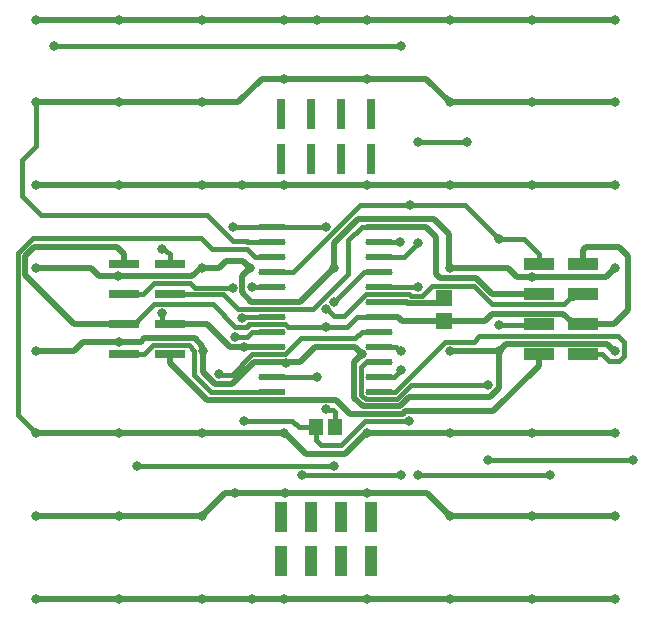
<source format=gbr>
%TF.GenerationSoftware,Altium Limited,Altium Designer,22.2.1 (43)*%
G04 Layer_Physical_Order=2*
G04 Layer_Color=16711680*
%FSLAX43Y43*%
%MOMM*%
%TF.SameCoordinates,12936C2D-F9F3-4D5E-B855-D0F9E265F173*%
%TF.FilePolarity,Positive*%
%TF.FileFunction,Copper,L2,Bot,Signal*%
%TF.Part,Single*%
G01*
G75*
%TA.AperFunction,Conductor*%
%ADD11C,0.508*%
%ADD12C,0.381*%
%TA.AperFunction,ViaPad*%
%ADD13C,0.800*%
%TA.AperFunction,SMDPad,CuDef*%
%ADD14R,0.800X2.500*%
%ADD15R,2.500X0.800*%
%ADD16R,2.500X1.000*%
%ADD17R,1.000X2.500*%
G04:AMPARAMS|DCode=18|XSize=2.298mm|YSize=0.567mm|CornerRadius=0.283mm|HoleSize=0mm|Usage=FLASHONLY|Rotation=0.000|XOffset=0mm|YOffset=0mm|HoleType=Round|Shape=RoundedRectangle|*
%AMROUNDEDRECTD18*
21,1,2.298,0.000,0,0,0.0*
21,1,1.731,0.567,0,0,0.0*
1,1,0.567,0.865,0.000*
1,1,0.567,-0.865,0.000*
1,1,0.567,-0.865,0.000*
1,1,0.567,0.865,0.000*
%
%ADD18ROUNDEDRECTD18*%
%ADD19R,2.298X0.567*%
%ADD20R,1.300X1.450*%
%ADD21R,1.450X1.350*%
D11*
X38000Y26500D02*
X41462D01*
X34468D02*
X38000D01*
X34103Y26865D02*
X34468Y26500D01*
X41462D02*
X42096Y27134D01*
X17926Y19828D02*
X28899D01*
X14790Y22964D02*
X17926Y19828D01*
X14790Y22964D02*
Y23690D01*
X14796D01*
X14942Y23544D01*
X3302Y32774D02*
X10379D01*
X10960Y31310D02*
Y32193D01*
X10379Y32774D02*
X10960Y32193D01*
X2540Y32012D02*
X3302Y32774D01*
X15290Y26230D02*
X17976D01*
X14390D02*
X15290D01*
X43266Y24594D02*
X51827D01*
X42672Y24000D02*
X43266Y24594D01*
X46080Y23690D02*
X46093Y23677D01*
X34764Y18846D02*
X42213D01*
X46093Y22726D02*
Y23677D01*
X42213Y18846D02*
X46093Y22726D01*
X48763Y26476D02*
X49034D01*
X48105Y27134D02*
X48763Y26476D01*
X42096Y27134D02*
X48105D01*
X49034Y26476D02*
X49280Y26230D01*
X52384D01*
X49780Y32476D02*
X50078Y32774D01*
X52832D01*
X49780Y31310D02*
Y32476D01*
X17621Y22194D02*
Y24000D01*
Y22194D02*
X18633Y21182D01*
X20104D01*
X12604Y25025D02*
X16927D01*
X17565Y24079D02*
Y24387D01*
X16927Y25025D02*
X17565Y24387D01*
X28899Y19828D02*
X30088Y18639D01*
X20104Y21182D02*
X21977Y23055D01*
X2540Y30408D02*
Y32012D01*
X6718Y26230D02*
X11260D01*
X2540Y30408D02*
X6718Y26230D01*
X16727Y30306D02*
X17421Y31000D01*
X10456Y30306D02*
X16727D01*
X17421Y31000D02*
X17500D01*
X18989D02*
X19610Y31621D01*
X21038D02*
X21645Y31013D01*
X19610Y31621D02*
X21038D01*
X17500Y31000D02*
X18989D01*
X10529Y24759D02*
X12339D01*
X7439D02*
X10529D01*
X12339D02*
X12604Y25025D01*
X10500Y38000D02*
X31500D01*
X21716Y28145D02*
X23462D01*
X20945Y28917D02*
Y30296D01*
Y28917D02*
X21716Y28145D01*
X20945Y30296D02*
X21645Y30997D01*
Y31013D01*
X35058Y20070D02*
X41889D01*
X42672Y20854D01*
Y24000D01*
X30444Y23011D02*
X31123Y23690D01*
X30444Y20010D02*
Y23011D01*
X30488Y24325D02*
X31123Y23690D01*
X25806Y23020D02*
X27111Y24325D01*
X30488D01*
X34285Y19297D02*
X35058Y20070D01*
X38500Y24000D02*
X42672D01*
X34557Y18639D02*
X34764Y18846D01*
X30088Y18639D02*
X34557D01*
X31158Y19297D02*
X34285D01*
X30444Y20010D02*
X31158Y19297D01*
X24694Y23020D02*
X25806D01*
X32528Y26865D02*
X34103D01*
X34833Y28135D02*
X34966Y28002D01*
X32528Y28135D02*
X34833D01*
X34966Y28002D02*
X37502D01*
X37950Y28450D02*
X38000D01*
X37502Y28002D02*
X37950Y28450D01*
X38500Y17000D02*
X45500D01*
X31421D02*
X38500D01*
X29669Y15248D02*
X31421Y17000D01*
X37338Y30488D02*
Y33635D01*
Y30488D02*
X37676Y30150D01*
X40724D01*
X36488Y34485D02*
X37338Y33635D01*
X36502Y46998D02*
X38500Y45000D01*
X32528Y34485D02*
X36488D01*
X38492Y31008D02*
Y33827D01*
X30773Y35172D02*
X37147D01*
X38492Y33827D01*
Y31008D02*
X38500Y31000D01*
X24506Y23044D02*
X24586Y22964D01*
X23483Y23044D02*
X24506D01*
X24586Y22964D02*
X24665D01*
X23475Y23052D02*
X23483Y23044D01*
X21977Y23055D02*
X23472D01*
X19881Y24325D02*
X21099D01*
X17976Y26230D02*
X19881Y24325D01*
X21099D02*
X23472D01*
X26331Y15248D02*
X29669D01*
X24579Y17000D02*
X26331Y15248D01*
X28740Y31035D02*
Y33140D01*
X30773Y35172D01*
X25879Y28135D02*
X28740Y30996D01*
X23472Y28135D02*
X25879D01*
X38500Y38000D02*
X45500D01*
X52500D01*
X31500D02*
X38500D01*
X40724Y30150D02*
X42104Y28770D01*
X46080D01*
X31494Y47000D02*
X31496Y46998D01*
X24493Y47000D02*
X31494D01*
X22587Y47001D02*
X24491D01*
X31496Y46998D02*
X36502D01*
X24491Y47001D02*
X24493Y47000D01*
X21764Y3000D02*
X24500D01*
X17500D02*
X21764D01*
X20300Y11966D02*
X24538D01*
X19466D02*
X20300D01*
X3500Y31000D02*
X8124D01*
X23462Y28145D02*
X23472Y28135D01*
X24500Y52000D02*
X31500D01*
X52384Y26230D02*
X53594Y27440D01*
X17500Y17000D02*
X24579D01*
X8818Y30306D02*
X10456D01*
X52421Y24000D02*
X52500D01*
X51827Y24594D02*
X52421Y24000D01*
X8124Y31000D02*
X8818Y30306D01*
X20586Y45000D02*
X22587Y47001D01*
X24538Y11946D02*
X31496D01*
X36554D01*
X38500Y10000D01*
X17500D02*
X19466Y11966D01*
X10500Y10000D02*
X17500D01*
X52832Y32774D02*
X53594Y32012D01*
Y27440D02*
Y32012D01*
X38500Y45000D02*
X45500D01*
X10500D02*
X17500D01*
X20586D01*
X45635Y30260D02*
X51760D01*
X44170D02*
X45500D01*
X51760D02*
X52500Y31000D01*
X38500D02*
X43430D01*
X3500Y45000D02*
X10500D01*
X3500Y38000D02*
X10500D01*
X6680Y24000D02*
X7439Y24759D01*
X3500Y24000D02*
X6680D01*
X45500Y45000D02*
X52500D01*
X43430Y31000D02*
X44170Y30260D01*
X31500Y52000D02*
X38500D01*
X45500D01*
X17500D02*
X24500D01*
X10500D02*
X17500D01*
X3500D02*
X10500D01*
X45500D02*
X52500D01*
X38500Y10000D02*
X45500D01*
X52500D01*
X45500Y3000D02*
X52500D01*
X38500D02*
X45500D01*
X31500D02*
X38500D01*
X24500D02*
X31500D01*
X10500D02*
X17500D01*
X3500D02*
X10500D01*
X3500Y10000D02*
X10500D01*
X45500Y17000D02*
X52500D01*
X10500D02*
X17500D01*
X3500D02*
X10500D01*
D12*
X13362Y24431D02*
X16401D01*
X16881Y21928D02*
Y23951D01*
X16401Y24431D02*
X16881Y23951D01*
X11260Y23690D02*
X12621D01*
X13362Y24431D01*
X11810Y26230D02*
X12019Y26440D01*
Y26460D02*
X13508Y27948D01*
X11260Y26230D02*
X11810D01*
X13508Y27948D02*
X18449D01*
X12019Y26440D02*
Y26460D01*
X12558Y28770D02*
X13500Y29711D01*
X16556D01*
X10960Y28770D02*
X12558D01*
X14195Y32544D02*
X14400D01*
X14790Y31310D02*
Y32154D01*
X14400Y32544D02*
X14790Y32154D01*
X14115Y32624D02*
X14195Y32544D01*
X45550Y26200D02*
X45580Y26230D01*
X42702Y26200D02*
X45550D01*
X51409Y23690D02*
X51967Y23133D01*
X52820D01*
X53241Y23553D01*
X49280Y23690D02*
X51409D01*
X48168Y27930D02*
X48699Y28461D01*
X48971D01*
X42104Y27930D02*
X48168D01*
X48971Y28461D02*
X49280Y28770D01*
X44814Y33460D02*
X46080Y32194D01*
Y31310D02*
Y32194D01*
X15290Y28770D02*
X19293D01*
X14390D02*
X15290D01*
X20044Y21963D02*
X21782Y23701D01*
X19000Y21986D02*
X19023Y21963D01*
X20044D01*
X16881Y21928D02*
X18313Y20496D01*
X28046Y18978D02*
X28602D01*
X28000Y19024D02*
X28046Y18978D01*
X28825Y17500D02*
Y18755D01*
X28602Y18978D02*
X28825Y18755D01*
X21773Y20515D02*
X23472D01*
X21753Y20496D02*
X21773Y20515D01*
X18313Y20496D02*
X21753D01*
X17493Y33536D02*
X18405Y32624D01*
X1946Y32258D02*
X3223Y33536D01*
X17493D01*
X16556Y29711D02*
X16954Y29313D01*
X20141D01*
X23468Y29409D02*
X23472Y29405D01*
X21785Y29409D02*
X23468D01*
X21781Y29413D02*
X21785Y29409D01*
X20552Y27511D02*
X26964D01*
X19293Y28770D02*
X20552Y27511D01*
X20163Y34485D02*
X23472D01*
X20903Y26771D02*
X20962Y26829D01*
X23436D01*
X26964Y27511D02*
X29896Y30443D01*
X23436Y26829D02*
X23472Y26865D01*
X41771Y14740D02*
X54000D01*
X35852Y13470D02*
X46968D01*
X46990Y13491D01*
X31454Y23019D02*
X32492D01*
X32528Y23055D01*
X31039Y22604D02*
X31454Y23019D01*
X31039Y20257D02*
Y22604D01*
Y20257D02*
X31404Y19891D01*
X25920Y25025D02*
X30480D01*
X24596Y23701D02*
X25920Y25025D01*
X30480D02*
X31050Y25595D01*
X31301Y18042D02*
X35097D01*
X37013Y23611D02*
X38137Y24734D01*
Y24740D01*
X33871Y20479D02*
X37003Y23611D01*
X37013D01*
X34038Y19891D02*
X35237Y21090D01*
X41771D01*
X32528Y20515D02*
X32564Y20479D01*
X33871D01*
X38137Y24740D02*
X40543D01*
X31404Y19891D02*
X34038D01*
X33834Y21792D02*
X34357Y22315D01*
X32528Y21785D02*
X32535Y21792D01*
X33834D01*
X29269Y16010D02*
X31301Y18042D01*
X27239Y21765D02*
X27260Y21745D01*
X23492Y21765D02*
X27239D01*
X23472Y21785D02*
X23492Y21765D01*
X40543Y24740D02*
X40991Y25188D01*
X53241Y23553D02*
Y24740D01*
X40991Y25188D02*
X52792D01*
X53241Y24740D01*
X42672Y26170D02*
X42702Y26200D01*
X40568Y29465D02*
X42104Y27930D01*
X35050Y28759D02*
X35213Y28596D01*
X32528Y29405D02*
X32562Y29371D01*
X36144Y28596D02*
X37013Y29465D01*
X29564Y26919D02*
X31404Y28759D01*
X34244Y24000D02*
X34357D01*
X35213Y28596D02*
X36144D01*
X32562Y29371D02*
X35803D01*
X35837Y29337D01*
X31404Y28759D02*
X35050D01*
X32528Y24325D02*
X32564Y24289D01*
X33954D02*
X34244Y24000D01*
X32564Y24289D02*
X33954D01*
X32528Y33215D02*
X34346D01*
X37013Y29465D02*
X40568D01*
X34657Y31945D02*
X35852Y33140D01*
X32528Y31945D02*
X34657D01*
X35814Y41664D02*
X40000D01*
X35087Y36330D02*
X35111Y36305D01*
X35136Y36330D02*
X39802D01*
X30920D02*
X35087D01*
X35111Y36305D02*
X35136Y36330D01*
X26000Y13491D02*
X26021Y13470D01*
X34357D01*
X31050Y25595D02*
X32528D01*
X21782Y23701D02*
X24596D01*
X28000Y26030D02*
X29832D01*
X30667Y26865D01*
X24785Y26030D02*
X28000D01*
X30667Y26865D02*
X32528D01*
X21323Y25154D02*
X21764Y25595D01*
X20300Y25154D02*
X21323D01*
X21764Y25595D02*
X23472D01*
X18449Y27948D02*
X20367Y26030D01*
X21347D01*
X21536Y26219D01*
X28740Y28146D02*
X31242Y30648D01*
X32501D01*
X32528Y30675D01*
X12000Y14232D02*
X28740D01*
X29896Y30443D02*
Y33329D01*
X25265Y30675D02*
X28819Y34229D01*
X23472Y30675D02*
X25265D01*
X28819Y34229D02*
Y34229D01*
X30920Y36330D01*
X23472Y34485D02*
X28000D01*
X29896Y33329D02*
X31052Y34485D01*
X39802Y36330D02*
X42672Y33460D01*
X5000Y49792D02*
X34357D01*
X28694Y26919D02*
X29564D01*
X28113Y27500D02*
X28694Y26919D01*
X28000Y27500D02*
X28113D01*
X21536Y26219D02*
X24596D01*
X24785Y26030D01*
X18405Y32624D02*
X21332D01*
X22011Y31945D01*
X21372Y33215D02*
X23472D01*
X21348Y33239D02*
X21372Y33215D01*
X20199Y33239D02*
X21348D01*
X22011Y31945D02*
X23472D01*
X1946Y18555D02*
X3500Y17000D01*
X17984Y35454D02*
X20199Y33239D01*
X1946Y18555D02*
Y32258D01*
X14115Y26440D02*
Y27186D01*
X14324Y26230D02*
X14390D01*
X14115Y26440D02*
X14324Y26230D01*
X2286Y37092D02*
X3924Y35454D01*
X2286Y40140D02*
X3500Y41354D01*
X2286Y37092D02*
Y40140D01*
X3924Y35454D02*
X17984D01*
X3500Y41354D02*
Y45000D01*
X27580Y16010D02*
X29269D01*
X27183Y16407D02*
X27580Y16010D01*
X27183Y16407D02*
Y17492D01*
X27175Y17500D02*
X27183Y17492D01*
X31052Y34485D02*
X32528D01*
X25738Y17500D02*
X27175D01*
X21082Y18042D02*
X25196D01*
X25738Y17500D01*
X42672Y33460D02*
X44814D01*
D13*
X19000Y21986D02*
D03*
X17621Y24000D02*
D03*
X28000Y19024D02*
D03*
X17500Y31000D02*
D03*
X20962Y38000D02*
D03*
X20141Y29313D02*
D03*
X21781Y29413D02*
D03*
X21645Y31013D02*
D03*
X20163Y34485D02*
D03*
X20903Y26771D02*
D03*
X54000Y14740D02*
D03*
X41771D02*
D03*
Y21090D02*
D03*
X31123Y23690D02*
D03*
X35097Y18042D02*
D03*
X38500Y24000D02*
D03*
X34357Y22315D02*
D03*
X27260Y21745D02*
D03*
X42672Y26170D02*
D03*
Y24000D02*
D03*
X35837Y29337D02*
D03*
X34357Y24000D02*
D03*
X46990Y13491D02*
D03*
X38500Y17000D02*
D03*
X35852Y13470D02*
D03*
X34346Y33215D02*
D03*
X35852Y33140D02*
D03*
X38500Y38000D02*
D03*
Y45000D02*
D03*
Y52000D02*
D03*
X40000Y41664D02*
D03*
X35814D02*
D03*
X35111Y36305D02*
D03*
X26000Y13491D02*
D03*
X34357Y13470D02*
D03*
X24665Y22964D02*
D03*
X21099Y24325D02*
D03*
X20300Y25154D02*
D03*
X12000Y14232D02*
D03*
X28740D02*
D03*
Y28146D02*
D03*
Y30996D02*
D03*
X28000Y34485D02*
D03*
X45500Y38000D02*
D03*
X42672Y33460D02*
D03*
X31500Y38000D02*
D03*
X31496Y46998D02*
D03*
X5000Y49792D02*
D03*
X34357D02*
D03*
X21764Y3000D02*
D03*
X28000Y27500D02*
D03*
X20300Y11966D02*
D03*
X28000Y26030D02*
D03*
X3500Y31000D02*
D03*
X14115Y27186D02*
D03*
X27300Y52011D02*
D03*
X31500Y17000D02*
D03*
X21082Y18042D02*
D03*
X24500Y17000D02*
D03*
X14115Y32624D02*
D03*
X52500Y24000D02*
D03*
X38500Y31000D02*
D03*
X24491Y47001D02*
D03*
X24538Y11946D02*
D03*
X31496D02*
D03*
X10456Y30306D02*
D03*
X10529Y24759D02*
D03*
X45500Y30260D02*
D03*
X3500Y52000D02*
D03*
Y45000D02*
D03*
Y38000D02*
D03*
Y24000D02*
D03*
Y17000D02*
D03*
Y10000D02*
D03*
X52500D02*
D03*
X38500D02*
D03*
X17500D02*
D03*
X10500D02*
D03*
X45500D02*
D03*
X52500Y3000D02*
D03*
X38500D02*
D03*
X31500D02*
D03*
X24500D02*
D03*
X17500D02*
D03*
X10500D02*
D03*
X3500D02*
D03*
X45500D02*
D03*
X52500Y17000D02*
D03*
X17500D02*
D03*
X10500D02*
D03*
X45500D02*
D03*
X52500Y31000D02*
D03*
Y38000D02*
D03*
X24500D02*
D03*
X17500D02*
D03*
X10500D02*
D03*
X45500Y45000D02*
D03*
X10500D02*
D03*
X17500D02*
D03*
X52500D02*
D03*
Y52000D02*
D03*
X45500D02*
D03*
X31500D02*
D03*
X24500D02*
D03*
X17500D02*
D03*
X10500D02*
D03*
D14*
X24190Y44040D02*
D03*
X26730D02*
D03*
X24190Y40210D02*
D03*
X26730D02*
D03*
X29270Y44040D02*
D03*
X31810D02*
D03*
X29270Y40210D02*
D03*
X31810D02*
D03*
D15*
X14790Y31310D02*
D03*
Y28770D02*
D03*
X10960Y31310D02*
D03*
Y28770D02*
D03*
X14790Y26230D02*
D03*
Y23690D02*
D03*
X10960Y26230D02*
D03*
Y23690D02*
D03*
D16*
X46080Y31310D02*
D03*
Y28770D02*
D03*
X49780Y31310D02*
D03*
Y28770D02*
D03*
Y23690D02*
D03*
X46080D02*
D03*
X49780Y26230D02*
D03*
X46080D02*
D03*
D17*
X26730Y9920D02*
D03*
Y6220D02*
D03*
X24190Y9920D02*
D03*
Y6220D02*
D03*
X29270D02*
D03*
X31810D02*
D03*
X29270Y9920D02*
D03*
X31810D02*
D03*
D18*
X32528Y20515D02*
D03*
Y21785D02*
D03*
Y23055D02*
D03*
Y24325D02*
D03*
Y25595D02*
D03*
Y26865D02*
D03*
Y28135D02*
D03*
Y29405D02*
D03*
Y30675D02*
D03*
Y31945D02*
D03*
Y33215D02*
D03*
Y34485D02*
D03*
X23472D02*
D03*
Y33215D02*
D03*
Y31945D02*
D03*
Y30675D02*
D03*
Y29405D02*
D03*
Y28135D02*
D03*
Y26865D02*
D03*
Y25595D02*
D03*
Y24325D02*
D03*
Y23055D02*
D03*
Y21785D02*
D03*
D19*
Y20515D02*
D03*
D20*
X28825Y17500D02*
D03*
X27175D02*
D03*
D21*
X38000Y26500D02*
D03*
Y28450D02*
D03*
%TF.MD5,b34c6df8bb43b5dd8269f5328ac11edd*%
M02*

</source>
